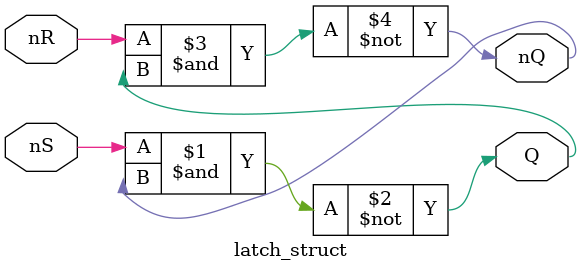
<source format=sv>
module latch_struct(
  input  logic nR,
  input  logic nS,
  output logic Q,
  output logic nQ
);

assign Q = ~(nS & nQ);
assign nQ = ~(nR & Q);

endmodule

</source>
